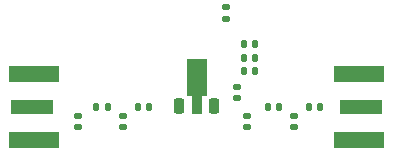
<source format=gbr>
%TF.GenerationSoftware,KiCad,Pcbnew,8.0.0*%
%TF.CreationDate,2024-05-05T15:44:05-04:00*%
%TF.ProjectId,S-Band Driver Amplifier,532d4261-6e64-4204-9472-697665722041,v1.0*%
%TF.SameCoordinates,Original*%
%TF.FileFunction,Paste,Top*%
%TF.FilePolarity,Positive*%
%FSLAX46Y46*%
G04 Gerber Fmt 4.6, Leading zero omitted, Abs format (unit mm)*
G04 Created by KiCad (PCBNEW 8.0.0) date 2024-05-05 15:44:05*
%MOMM*%
%LPD*%
G01*
G04 APERTURE LIST*
G04 Aperture macros list*
%AMRoundRect*
0 Rectangle with rounded corners*
0 $1 Rounding radius*
0 $2 $3 $4 $5 $6 $7 $8 $9 X,Y pos of 4 corners*
0 Add a 4 corners polygon primitive as box body*
4,1,4,$2,$3,$4,$5,$6,$7,$8,$9,$2,$3,0*
0 Add four circle primitives for the rounded corners*
1,1,$1+$1,$2,$3*
1,1,$1+$1,$4,$5*
1,1,$1+$1,$6,$7*
1,1,$1+$1,$8,$9*
0 Add four rect primitives between the rounded corners*
20,1,$1+$1,$2,$3,$4,$5,0*
20,1,$1+$1,$4,$5,$6,$7,0*
20,1,$1+$1,$6,$7,$8,$9,0*
20,1,$1+$1,$8,$9,$2,$3,0*%
%AMFreePoly0*
4,1,9,3.862500,-0.866500,0.737500,-0.866500,0.737500,-0.450000,-0.737500,-0.450000,-0.737500,0.450000,0.737500,0.450000,0.737500,0.866500,3.862500,0.866500,3.862500,-0.866500,3.862500,-0.866500,$1*%
G04 Aperture macros list end*
%ADD10RoundRect,0.135000X-0.185000X0.135000X-0.185000X-0.135000X0.185000X-0.135000X0.185000X0.135000X0*%
%ADD11RoundRect,0.140000X-0.140000X-0.170000X0.140000X-0.170000X0.140000X0.170000X-0.140000X0.170000X0*%
%ADD12RoundRect,0.140000X0.170000X-0.140000X0.170000X0.140000X-0.170000X0.140000X-0.170000X-0.140000X0*%
%ADD13RoundRect,0.225000X0.225000X-0.425000X0.225000X0.425000X-0.225000X0.425000X-0.225000X-0.425000X0*%
%ADD14FreePoly0,90.000000*%
%ADD15RoundRect,0.147500X-0.172500X0.147500X-0.172500X-0.147500X0.172500X-0.147500X0.172500X0.147500X0*%
%ADD16R,3.600000X1.270000*%
%ADD17R,4.200000X1.350000*%
G04 APERTURE END LIST*
D10*
%TO.C,R1*%
X123140000Y-48640000D03*
X123140000Y-49660000D03*
%TD*%
D11*
%TO.C,C11*%
X130170000Y-57150000D03*
X131130000Y-57150000D03*
%TD*%
D12*
%TO.C,C10*%
X128900000Y-57920000D03*
X128900000Y-58880000D03*
%TD*%
%TO.C,C9*%
X110650000Y-58880000D03*
X110650000Y-57920000D03*
%TD*%
D11*
%TO.C,C8*%
X115670000Y-57150000D03*
X116630000Y-57150000D03*
%TD*%
D13*
%TO.C,U1*%
X119150000Y-57083500D03*
D14*
X120650000Y-56996000D03*
D13*
X122150000Y-57083500D03*
%TD*%
D15*
%TO.C,L1*%
X124100000Y-55415000D03*
X124100000Y-56385000D03*
%TD*%
D16*
%TO.C,J2*%
X134602500Y-57150000D03*
D17*
X134402500Y-59975000D03*
X134402500Y-54325000D03*
%TD*%
D16*
%TO.C,J1*%
X106697500Y-57150000D03*
D17*
X106897500Y-54325000D03*
X106897500Y-59975000D03*
%TD*%
D11*
%TO.C,C7*%
X124670000Y-52979000D03*
X125630000Y-52979000D03*
%TD*%
%TO.C,C6*%
X124670000Y-51836000D03*
X125630000Y-51836000D03*
%TD*%
%TO.C,C5*%
X124670000Y-54122000D03*
X125630000Y-54122000D03*
%TD*%
D12*
%TO.C,C4*%
X124900000Y-58880000D03*
X124900000Y-57920000D03*
%TD*%
%TO.C,C3*%
X114400000Y-58880000D03*
X114400000Y-57920000D03*
%TD*%
D11*
%TO.C,C2*%
X126670000Y-57150000D03*
X127630000Y-57150000D03*
%TD*%
%TO.C,C1*%
X113130000Y-57150000D03*
X112170000Y-57150000D03*
%TD*%
M02*

</source>
